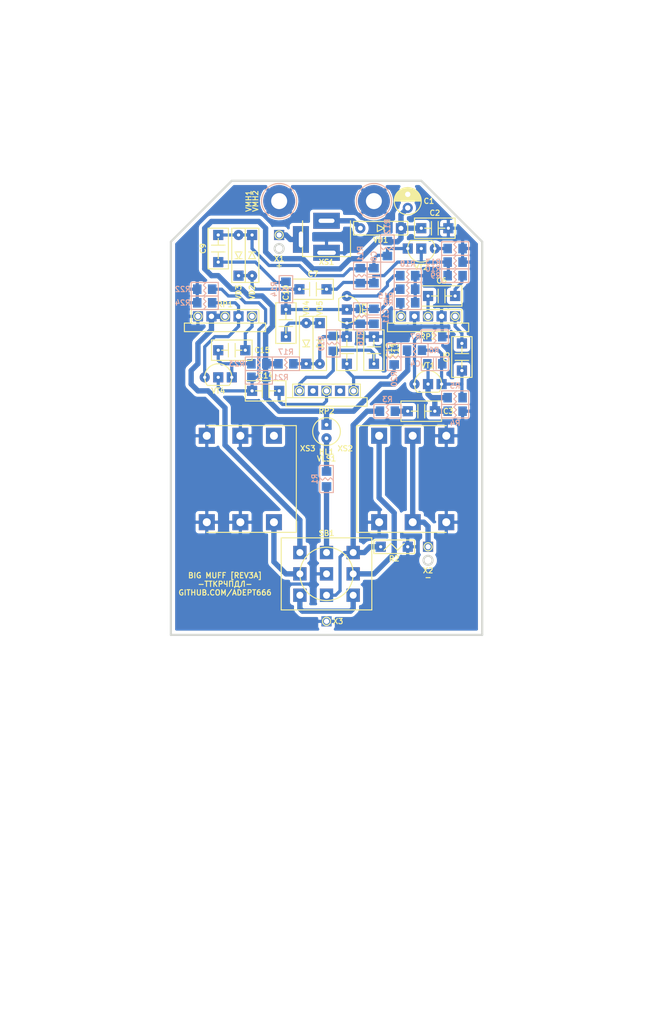
<source format=kicad_pcb>
(kicad_pcb (version 20171130) (host pcbnew 5.1.12-84ad8e8a86~92~ubuntu20.04.1)
  (title_block (title ТКП-1.30.A-5) (date 2025-06-21) (rev 3A) (company "Big Muff [REV3A] NYC SM LC5-8") (comment 1 http://github.com/Adept666) (comment 2 "Igor Ivanov (Игорь Иванов)") (comment 3 -ТТКРЧПДЛ-) (comment 4 "This project is licensed under GNU General Public License v3.0 or later"))
  (layers (0 F.Cu jumper) (31 B.Cu signal) (36 B.SilkS user) (37 F.SilkS user) (38 B.Mask user) (39 F.Mask user) (44 Edge.Cuts user))
  (net 0 "")
  (net 1 COM)
  (net 2 "Net-(HL1-PadC)")
  (net 3 /LED)
  (net 4 "Net-(SB1-PadNC1)")
  (net 5 /IN-CON)
  (net 6 /OUT-CON)
  (net 7 /PP3-POS)
  (net 8 /PP3-NEG)
  (net 9 "Net-(VD1-PadA)")
  (net 10 "Net-(C3-Pad2)")
  (net 11 "Net-(C4-Pad2)")
  (net 12 "Net-(C5-Pad2)")
  (net 13 "Net-(C6-Pad1)")
  (net 14 "Net-(C6-Pad2)")
  (net 15 "Net-(C7-Pad1)")
  (net 16 "Net-(C7-Pad2)")
  (net 17 "Net-(C8-Pad2)")
  (net 18 "Net-(C9-Pad2)")
  (net 19 "Net-(C10-Pad1)")
  (net 20 "Net-(C10-Pad2)")
  (net 21 "Net-(C11-Pad2)")
  (net 22 "Net-(C12-Pad2)")
  (net 23 "Net-(C13-Pad1)")
  (net 24 "Net-(C14-Pad1)")
  (net 25 "Net-(C14-Pad2)")
  (net 26 "Net-(C15-Pad1)")
  (net 27 "Net-(C15-Pad2)")
  (net 28 "Net-(R8-Pad2)")
  (net 29 "Net-(C3-Pad1)")
  (net 30 V)
  (net 31 /IN-CIR)
  (net 32 /OUT-CIR)
  (net 33 "Net-(XS3-PadTN)")
  (net 34 "Net-(R7-Pad2)")
  (net 35 "Net-(R13-Pad2)")
  (net 36 "Net-(R18-Pad2)")
  (net 37 "Net-(R24-Pad2)")
  (module SBEPL:ТКП-6.3.1.A2.A1.A (layer F.Cu) (at 105.41 148.59)
    (fp_text reference VE1 hide)
    (fp_text value ТКП-6.3.1.A2.A1.A.1-1 hide)
  )
  (module SBEPL:ТКП-6.3.3.A1 (layer F.Cu) (at 105.41 148.59)
    (fp_text reference VE2 hide)
    (fp_text value ТКП-6.3.3.A1.A1.3-1.A1.00 hide)
  )
  (module KCL-TH-SL:SW-PBS-24-302SP-2.5-PNL-12.0 (layer F.Cu) (at 105.41 167.64)
    (fp_text reference SB1 (at 0 -7.62) (layer F.SilkS) (effects (font (thickness 0.2))))
    (fp_text value PBS-24-302SP)
    (pad COM3 thru_hole rect (at 5 0) (size 2.5 2.5) (drill 1.3) (layers B.Cu B.Mask) (net 5 /IN-CON))
    (pad NC3 thru_hole rect (at 5 4) (size 2.5 2.5) (drill 1.3) (layers B.Cu B.Mask) (net 4 "Net-(SB1-PadNC1)"))
    (pad NO3 thru_hole rect (at 5 -4) (size 2.5 2.5) (drill 1.3) (layers B.Cu B.Mask) (net 31 /IN-CIR))
    (pad COM2 thru_hole rect (at 0 0) (size 2.5 2.5) (drill 1.3) (layers B.Cu B.Mask) (net 1 COM))
    (pad NC2 thru_hole rect (at 0 4) (size 2.5 2.5) (drill 1.3) (layers B.Cu B.Mask) (net 31 /IN-CIR))
    (pad NO2 thru_hole rect (at 0 -4) (size 2.5 2.5) (drill 1.3) (layers B.Cu B.Mask) (net 3 /LED))
    (pad NO1 thru_hole rect (at -5 -4) (size 2.5 2.5) (drill 1.3) (layers B.Cu B.Mask) (net 32 /OUT-CIR))
    (pad COM1 thru_hole rect (at -5 0) (size 2.5 2.5) (drill 1.3) (layers B.Cu B.Mask) (net 6 /OUT-CON))
    (pad NC1 thru_hole rect (at -5 4) (size 2.5 2.5) (drill 1.3) (layers B.Cu B.Mask) (net 4 "Net-(SB1-PadNC1)"))
  )
  (module SBKCL-TH-SL:RPB-18-1x17-1.6-PNL-7.2 (layer F.Cu) (at 124.46 108.15)
    (fp_text reference RP3 (at 0 15.04) (layer F.SilkS) (effects (font (thickness 0.2))))
    (fp_text value A100K)
    (pad 3 thru_hole rect (at 5.08 11.23) (size 1.9 1.9) (drill 1) (layers B.Cu B.Mask) (net 12 "Net-(C5-Pad2)"))
    (pad NC2 thru_hole rect (at 2.54 11.23) (size 1.9 1.9) (drill 1) (layers B.Cu B.Mask) (net 1 COM))
    (pad 2 thru_hole rect (at 0 11.23) (size 1.9 1.9) (drill 1) (layers B.Cu B.Mask) (net 13 "Net-(C6-Pad1)"))
    (pad NC1 thru_hole rect (at -2.54 11.23) (size 1.9 1.9) (drill 1) (layers B.Cu B.Mask) (net 1 COM))
    (pad 1 thru_hole rect (at -5.08 11.23) (size 1.9 1.9) (drill 1) (layers B.Cu B.Mask) (net 28 "Net-(R8-Pad2)"))
  )
  (module SBKCL-TH-SL:RPB-18-1x17-1.6-PNL-7.2 (layer F.Cu) (at 105.41 122.12)
    (fp_text reference RP2 (at 0 15.04) (layer F.SilkS) (effects (font (thickness 0.2))))
    (fp_text value B100K)
    (pad 3 thru_hole rect (at 5.08 11.23) (size 1.9 1.9) (drill 1) (layers B.Cu B.Mask) (net 22 "Net-(C12-Pad2)"))
    (pad NC2 thru_hole rect (at 2.54 11.23) (size 1.9 1.9) (drill 1) (layers B.Cu B.Mask))
    (pad 2 thru_hole rect (at 0 11.23) (size 1.9 1.9) (drill 1) (layers B.Cu B.Mask) (net 24 "Net-(C14-Pad1)"))
    (pad NC1 thru_hole rect (at -2.54 11.23) (size 1.9 1.9) (drill 1) (layers B.Cu B.Mask))
    (pad 1 thru_hole rect (at -5.08 11.23) (size 1.9 1.9) (drill 1) (layers B.Cu B.Mask) (net 23 "Net-(C13-Pad1)"))
  )
  (module SBKCL-TH-SL:RPB-18-1x17-1.6-PNL-7.2 (layer F.Cu) (at 86.36 108.15)
    (fp_text reference RP1 (at 0 9.0075) (layer F.SilkS) (effects (font (thickness 0.2))))
    (fp_text value A100K)
    (pad 3 thru_hole rect (at 5.08 11.23) (size 1.9 1.9) (drill 1) (layers B.Cu B.Mask) (net 27 "Net-(C15-Pad2)"))
    (pad NC2 thru_hole rect (at 2.54 11.23) (size 1.9 1.9) (drill 1) (layers B.Cu B.Mask) (net 37 "Net-(R24-Pad2)"))
    (pad 2 thru_hole rect (at 0 11.23) (size 1.9 1.9) (drill 1) (layers B.Cu B.Mask) (net 32 /OUT-CIR))
    (pad NC1 thru_hole rect (at -2.54 11.23) (size 1.9 1.9) (drill 1) (layers B.Cu B.Mask) (net 32 /OUT-CIR))
    (pad 1 thru_hole rect (at -5.08 11.23) (size 1.9 1.9) (drill 1) (layers B.Cu B.Mask) (net 1 COM))
  )
  (module KCL-TH-SL:CON-PAD-S-1.0-1.9 (layer F.Cu) (at 96.52 104.14)
    (fp_text reference X1 (at 0 4.445) (layer F.SilkS) (effects (font (thickness 0.2))))
    (fp_text value X)
    (pad 1 thru_hole rect (at 0 0) (size 1.9 1.9) (drill 1) (layers B.Cu B.Mask) (net 7 /PP3-POS))
  )
  (module KCL-TH-SL:CON-PAD-S-1.0-1.9 (layer F.Cu) (at 124.46 162.56)
    (fp_text reference X2 (at 0 4.445) (layer F.SilkS) (effects (font (thickness 0.2))))
    (fp_text value X)
    (pad 1 thru_hole rect (at 0 0) (size 1.9 1.9) (drill 1) (layers B.Cu B.Mask) (net 8 /PP3-NEG))
  )
  (module KCL-TH-SL:CON-PAD-S-1.0-1.9 (layer F.Cu) (at 105.41 176.53)
    (fp_text reference X3 (at 1.0795 0) (layer F.SilkS) (effects (font (thickness 0.2)) (justify left)))
    (fp_text value X)
    (pad 1 thru_hole rect (at 0 0) (size 1.9 1.9) (drill 1) (layers B.Cu B.Mask) (net 1 COM))
  )
  (module KCL-VIRTUAL:B-PP3-HV (layer F.Cu) (at 105.41 187.96)
    (fp_text reference GB1 hide)
    (fp_text value X hide)
  )
  (module KCL-TH-SL:P-TO-92-E-B-C (layer F.Cu) (at 123.19 106.68 180)
    (fp_text reference VT2 (at 0 -3.4925) (layer F.SilkS) (effects (font (thickness 0.2))))
    (fp_text value 5088)
    (pad E thru_hole circle (at -2.54 0 180) (size 1.9 1.9) (drill 0.6) (layers B.Cu B.Mask) (net 35 "Net-(R13-Pad2)"))
    (pad B thru_hole rect (at 0 0 180) (size 1.9 1.9) (drill 0.6) (layers B.Cu B.Mask) (net 15 "Net-(C7-Pad1)"))
    (pad C thru_hole rect (at 2.54 0 180) (size 1.9 1.9) (drill 0.6) (layers B.Cu B.Mask) (net 17 "Net-(C8-Pad2)"))
  )
  (module KCL-TH-SL:P-TO-92-E-B-C (layer F.Cu) (at 109.22 118.11 270)
    (fp_text reference VT3 (at 0 -3.4925 90) (layer F.SilkS) (effects (font (thickness 0.2))))
    (fp_text value 5088)
    (pad E thru_hole circle (at -2.54 0 270) (size 1.9 1.9) (drill 0.6) (layers B.Cu B.Mask) (net 36 "Net-(R18-Pad2)"))
    (pad B thru_hole rect (at 0 0 270) (size 1.9 1.9) (drill 0.6) (layers B.Cu B.Mask) (net 19 "Net-(C10-Pad1)"))
    (pad C thru_hole rect (at 2.54 0 270) (size 1.9 1.9) (drill 0.6) (layers B.Cu B.Mask) (net 21 "Net-(C11-Pad2)"))
  )
  (module KCL-TH-SL:P-TO-92-E-B-C (layer F.Cu) (at 124.46 132.08)
    (fp_text reference VT1 (at 0 -3.4925) (layer F.SilkS) (effects (font (thickness 0.2))))
    (fp_text value 5088)
    (pad C thru_hole rect (at 2.54 0) (size 1.9 1.9) (drill 0.6) (layers B.Cu B.Mask) (net 11 "Net-(C4-Pad2)"))
    (pad B thru_hole rect (at 0 0) (size 1.9 1.9) (drill 0.6) (layers B.Cu B.Mask) (net 10 "Net-(C3-Pad2)"))
    (pad E thru_hole circle (at -2.54 0) (size 1.9 1.9) (drill 0.6) (layers B.Cu B.Mask) (net 34 "Net-(R7-Pad2)"))
  )
  (module KCL-TH-SL:P-TO-92-E-B-C (layer F.Cu) (at 85.09 130.81)
    (fp_text reference VT4 (at 0 2.54) (layer F.SilkS) (effects (font (thickness 0.2))))
    (fp_text value 5088)
    (pad E thru_hole circle (at -2.54 0) (size 1.9 1.9) (drill 0.6) (layers B.Cu B.Mask) (net 37 "Net-(R24-Pad2)"))
    (pad B thru_hole rect (at 0 0) (size 1.9 1.9) (drill 0.6) (layers B.Cu B.Mask) (net 25 "Net-(C14-Pad2)"))
    (pad C thru_hole rect (at 2.54 0) (size 1.9 1.9) (drill 0.6) (layers B.Cu B.Mask) (net 26 "Net-(C15-Pad1)"))
  )
  (module KCL-TH-SL:P-DO-35 (layer F.Cu) (at 88.9 107.95 270)
    (fp_text reference VD3 (at 5.3975 0 90) (layer F.SilkS) (effects (font (thickness 0.2)) (justify right)))
    (fp_text value 6263)
    (pad C thru_hole rect (at 3.81 0 270) (size 1.9 1.9) (drill 0.6) (layers B.Cu B.Mask) (net 16 "Net-(C7-Pad2)"))
    (pad A thru_hole circle (at -3.81 0 270) (size 1.9 1.9) (drill 0.6) (layers B.Cu B.Mask) (net 17 "Net-(C8-Pad2)"))
  )
  (module KCL-TH-SL:P-DO-35 (layer F.Cu) (at 91.44 107.95 90)
    (fp_text reference VD2 (at -5.3975 0 90) (layer F.SilkS) (effects (font (thickness 0.2)) (justify right)))
    (fp_text value 6263)
    (pad C thru_hole rect (at 3.81 0 90) (size 1.9 1.9) (drill 0.6) (layers B.Cu B.Mask) (net 17 "Net-(C8-Pad2)"))
    (pad A thru_hole circle (at -3.81 0 90) (size 1.9 1.9) (drill 0.6) (layers B.Cu B.Mask) (net 16 "Net-(C7-Pad2)"))
  )
  (module KCL-TH-SL:P-DO-35 (layer F.Cu) (at 101.6 124.46 270)
    (fp_text reference VD4 (at -5.08 0 90) (layer F.SilkS) (effects (font (thickness 0.2)) (justify left)))
    (fp_text value 6263)
    (pad C thru_hole rect (at 3.81 0 270) (size 1.9 1.9) (drill 0.6) (layers B.Cu B.Mask) (net 21 "Net-(C11-Pad2)"))
    (pad A thru_hole circle (at -3.81 0 270) (size 1.9 1.9) (drill 0.6) (layers B.Cu B.Mask) (net 20 "Net-(C10-Pad2)"))
  )
  (module KCL-TH-SL:P-DO-35 (layer F.Cu) (at 104.14 124.46 90)
    (fp_text reference VD5 (at 5.08 0 90) (layer F.SilkS) (effects (font (thickness 0.2)) (justify left)))
    (fp_text value 6263)
    (pad C thru_hole rect (at 3.81 0 90) (size 1.9 1.9) (drill 0.6) (layers B.Cu B.Mask) (net 20 "Net-(C10-Pad2)"))
    (pad A thru_hole circle (at -3.81 0 90) (size 1.9 1.9) (drill 0.6) (layers B.Cu B.Mask) (net 21 "Net-(C11-Pad2)"))
  )
  (module KCL-TH-SL:C-DISK-D04.2-T03.0-P05.08-d0.5 (layer F.Cu) (at 125.73 102.87)
    (fp_text reference C2 (at 0 -2.8575) (layer F.SilkS) (effects (font (thickness 0.2))))
    (fp_text value 104)
    (pad 1 thru_hole rect (at -2.54 0) (size 1.9 1.9) (drill 0.6) (layers B.Cu B.Mask) (net 30 V))
    (pad 2 thru_hole rect (at 2.54 0) (size 1.9 1.9) (drill 0.6) (layers B.Cu B.Mask) (net 1 COM))
  )
  (module KCL-TH-SL:C-DISK-D04.2-T03.0-P05.08-d0.5 (layer F.Cu) (at 109.22 125.73 270)
    (fp_text reference C12 (at 0 -7.9375 90) (layer F.SilkS) (effects (font (thickness 0.2))))
    (fp_text value 392)
    (pad 1 thru_hole rect (at -2.54 0 270) (size 1.9 1.9) (drill 0.6) (layers B.Cu B.Mask) (net 21 "Net-(C11-Pad2)"))
    (pad 2 thru_hole rect (at 2.54 0 270) (size 1.9 1.9) (drill 0.6) (layers B.Cu B.Mask) (net 22 "Net-(C12-Pad2)"))
  )
  (module KCL-TH-SL:C-DISK-D04.2-T03.0-P05.08-d0.5 (layer F.Cu) (at 114.3 125.73 90)
    (fp_text reference C13 (at 0 4.1275 90) (layer F.SilkS) (effects (font (thickness 0.2))))
    (fp_text value 103)
    (pad 1 thru_hole rect (at -2.54 0 90) (size 1.9 1.9) (drill 0.6) (layers B.Cu B.Mask) (net 23 "Net-(C13-Pad1)"))
    (pad 2 thru_hole rect (at 2.54 0 90) (size 1.9 1.9) (drill 0.6) (layers B.Cu B.Mask) (net 1 COM))
  )
  (module KCL-TH-SL:C-DISK-D04.2-T03.0-P05.08-d0.5 (layer F.Cu) (at 127 115.57)
    (fp_text reference C6 (at 0 -2.8575) (layer F.SilkS) (effects (font (thickness 0.2))))
    (fp_text value 105)
    (pad 1 thru_hole rect (at -2.54 0) (size 1.9 1.9) (drill 0.6) (layers B.Cu B.Mask) (net 13 "Net-(C6-Pad1)"))
    (pad 2 thru_hole rect (at 2.54 0) (size 1.9 1.9) (drill 0.6) (layers B.Cu B.Mask) (net 14 "Net-(C6-Pad2)"))
  )
  (module KCL-TH-SL:C-DISK-D04.2-T03.0-P05.08-d0.5 (layer F.Cu) (at 130.81 127 90)
    (fp_text reference C5 (at 0 -2.8575 90) (layer F.SilkS) (effects (font (thickness 0.2))))
    (fp_text value 105)
    (pad 2 thru_hole rect (at 2.54 0 90) (size 1.9 1.9) (drill 0.6) (layers B.Cu B.Mask) (net 12 "Net-(C5-Pad2)"))
    (pad 1 thru_hole rect (at -2.54 0 90) (size 1.9 1.9) (drill 0.6) (layers B.Cu B.Mask) (net 11 "Net-(C4-Pad2)"))
  )
  (module KCL-TH-SL:C-DISK-D04.2-T03.0-P05.08-d0.5 (layer F.Cu) (at 123.19 137.16)
    (fp_text reference C3 (at 5.08 0) (layer F.SilkS) (effects (font (thickness 0.2))))
    (fp_text value 105)
    (pad 1 thru_hole rect (at -2.54 0) (size 1.9 1.9) (drill 0.6) (layers B.Cu B.Mask) (net 29 "Net-(C3-Pad1)"))
    (pad 2 thru_hole rect (at 2.54 0) (size 1.9 1.9) (drill 0.6) (layers B.Cu B.Mask) (net 10 "Net-(C3-Pad2)"))
  )
  (module KCL-TH-SL:C-DISK-D04.2-T03.0-P05.08-d0.5 (layer F.Cu) (at 93.98 133.35 180)
    (fp_text reference C14 (at 0 2.8575) (layer F.SilkS) (effects (font (thickness 0.2))))
    (fp_text value 105)
    (pad 2 thru_hole rect (at 2.54 0 180) (size 1.9 1.9) (drill 0.6) (layers B.Cu B.Mask) (net 25 "Net-(C14-Pad2)"))
    (pad 1 thru_hole rect (at -2.54 0 180) (size 1.9 1.9) (drill 0.6) (layers B.Cu B.Mask) (net 24 "Net-(C14-Pad1)"))
  )
  (module KCL-TH-SL:C-DISK-D04.2-T03.0-P05.08-d0.5 (layer F.Cu) (at 87.63 125.73)
    (fp_text reference C15 (at 4.1275 0) (layer F.SilkS) (effects (font (thickness 0.2)) (justify left)))
    (fp_text value 105)
    (pad 1 thru_hole rect (at -2.54 0) (size 1.9 1.9) (drill 0.6) (layers B.Cu B.Mask) (net 26 "Net-(C15-Pad1)"))
    (pad 2 thru_hole rect (at 2.54 0) (size 1.9 1.9) (drill 0.6) (layers B.Cu B.Mask) (net 27 "Net-(C15-Pad2)"))
  )
  (module KCL-TH-SL:C-DISK-D04.2-T03.0-P05.08-d0.5 (layer F.Cu) (at 97.79 120.65 270)
    (fp_text reference C10 (at -4.1275 0 90) (layer F.SilkS) (effects (font (thickness 0.2)) (justify left)))
    (fp_text value 105)
    (pad 1 thru_hole rect (at -2.54 0 270) (size 1.9 1.9) (drill 0.6) (layers B.Cu B.Mask) (net 19 "Net-(C10-Pad1)"))
    (pad 2 thru_hole rect (at 2.54 0 270) (size 1.9 1.9) (drill 0.6) (layers B.Cu B.Mask) (net 20 "Net-(C10-Pad2)"))
  )
  (module KCL-TH-SL:C-DISK-D04.2-T03.0-P05.08-d0.5 (layer F.Cu) (at 102.87 114.3 180)
    (fp_text reference C7 (at 0 2.8575) (layer F.SilkS) (effects (font (thickness 0.2))))
    (fp_text value 105)
    (pad 2 thru_hole rect (at 2.54 0 180) (size 1.9 1.9) (drill 0.6) (layers B.Cu B.Mask) (net 16 "Net-(C7-Pad2)"))
    (pad 1 thru_hole rect (at -2.54 0 180) (size 1.9 1.9) (drill 0.6) (layers B.Cu B.Mask) (net 15 "Net-(C7-Pad1)"))
  )
  (module KCL-TH-SL:C-DISK-D04.2-T03.0-P05.08-d0.5 (layer F.Cu) (at 85.09 106.68 270)
    (fp_text reference C9 (at 0 2.8575 90) (layer F.SilkS) (effects (font (thickness 0.2))))
    (fp_text value 105)
    (pad 1 thru_hole rect (at -2.54 0 270) (size 1.9 1.9) (drill 0.6) (layers B.Cu B.Mask) (net 17 "Net-(C8-Pad2)"))
    (pad 2 thru_hole rect (at 2.54 0 270) (size 1.9 1.9) (drill 0.6) (layers B.Cu B.Mask) (net 18 "Net-(C9-Pad2)"))
  )
  (module KCL-TH-SL:P-DO-41 (layer F.Cu) (at 115.57 102.87)
    (fp_text reference VD1 (at 0 2.2225) (layer F.SilkS) (effects (font (thickness 0.2))))
    (fp_text value 5817)
    (pad A thru_hole circle (at -3.81 0) (size 1.9 1.9) (drill 0.9) (layers B.Cu B.Mask) (net 9 "Net-(VD1-PadA)"))
    (pad C thru_hole rect (at 3.81 0) (size 1.9 1.9) (drill 0.9) (layers B.Cu B.Mask) (net 30 V))
  )
  (module KCL-SM:C-SM-1206 (layer B.Cu) (at 114.3 111.76 90)
    (fp_text reference C8 (at 2.54 0 90) (layer B.SilkS) (effects (font (thickness 0.2)) (justify right mirror)))
    (fp_text value 471)
    (pad 2 smd rect (at 1.4 0 90) (size 1.6 1.8) (layers B.Cu B.Mask) (net 17 "Net-(C8-Pad2)"))
    (pad 1 smd rect (at -1.4 0 90) (size 1.6 1.8) (layers B.Cu B.Mask) (net 15 "Net-(C7-Pad1)"))
  )
  (module KCL-SM:C-SM-1206 (layer B.Cu) (at 114.3 119.38 270)
    (fp_text reference C11 (at 0 -2.2225 270) (layer B.SilkS) (effects (font (thickness 0.2)) (justify mirror)))
    (fp_text value 471)
    (pad 2 smd rect (at 1.4 0 270) (size 1.6 1.8) (layers B.Cu B.Mask) (net 21 "Net-(C11-Pad2)"))
    (pad 1 smd rect (at -1.4 0 270) (size 1.6 1.8) (layers B.Cu B.Mask) (net 19 "Net-(C10-Pad1)"))
  )
  (module KCL-SM:C-SM-1206 (layer B.Cu) (at 125.73 128.27)
    (fp_text reference C4 (at -2.54 0) (layer B.SilkS) (effects (font (thickness 0.2)) (justify left mirror)))
    (fp_text value 471)
    (pad 2 smd rect (at 1.4 0) (size 1.6 1.8) (layers B.Cu B.Mask) (net 11 "Net-(C4-Pad2)"))
    (pad 1 smd rect (at -1.4 0) (size 1.6 1.8) (layers B.Cu B.Mask) (net 10 "Net-(C3-Pad2)"))
  )
  (module KCL-SM:R-SM-1206 (layer B.Cu) (at 129.54 134.62)
    (fp_text reference R5 (at 0 -2.2225) (layer B.SilkS) (effects (font (thickness 0.2)) (justify mirror)))
    (fp_text value 514)
    (pad 2 smd rect (at 1.4 0) (size 1.6 1.8) (layers B.Cu B.Mask) (net 11 "Net-(C4-Pad2)"))
    (pad 1 smd rect (at -1.4 0) (size 1.6 1.8) (layers B.Cu B.Mask) (net 10 "Net-(C3-Pad2)"))
  )
  (module KCL-SM:R-SM-1206 (layer B.Cu) (at 129.54 137.16 180)
    (fp_text reference R4 (at 0 -2.2225) (layer B.SilkS) (effects (font (thickness 0.2)) (justify mirror)))
    (fp_text value 104)
    (pad 2 smd rect (at 1.4 0 180) (size 1.6 1.8) (layers B.Cu B.Mask) (net 10 "Net-(C3-Pad2)"))
    (pad 1 smd rect (at -1.4 0 180) (size 1.6 1.8) (layers B.Cu B.Mask) (net 1 COM))
  )
  (module KCL-SM:R-SM-1206 (layer B.Cu) (at 116.84 137.16)
    (fp_text reference R3 (at 0 -2.2225) (layer B.SilkS) (effects (font (thickness 0.2)) (justify mirror)))
    (fp_text value 393)
    (pad 2 smd rect (at 1.4 0) (size 1.6 1.8) (layers B.Cu B.Mask) (net 29 "Net-(C3-Pad1)"))
    (pad 1 smd rect (at -1.4 0) (size 1.6 1.8) (layers B.Cu B.Mask) (net 31 /IN-CIR))
  )
  (module KCL-SM:R-SM-1206 (layer B.Cu) (at 121.92 125.73 180)
    (fp_text reference R6 (at -2.54 0 180) (layer B.SilkS) (effects (font (thickness 0.2)) (justify right mirror)))
    (fp_text value 103)
    (pad 2 smd rect (at 1.4 0 180) (size 1.6 1.8) (layers B.Cu B.Mask) (net 30 V))
    (pad 1 smd rect (at -1.4 0 180) (size 1.6 1.8) (layers B.Cu B.Mask) (net 11 "Net-(C4-Pad2)"))
  )
  (module KCL-SM:R-SM-1206 (layer B.Cu) (at 118.11 127 90)
    (fp_text reference R20 (at -2.54 0 90) (layer B.SilkS) (effects (font (thickness 0.2)) (justify left mirror)))
    (fp_text value 223)
    (pad 2 smd rect (at 1.4 0 90) (size 1.6 1.8) (layers B.Cu B.Mask) (net 1 COM))
    (pad 1 smd rect (at -1.4 0 90) (size 1.6 1.8) (layers B.Cu B.Mask) (net 22 "Net-(C12-Pad2)"))
  )
  (module KCL-SM:R-SM-1206 (layer B.Cu) (at 125.73 123.19 180)
    (fp_text reference R7 (at 2.54 0 180) (layer B.SilkS) (effects (font (thickness 0.2)) (justify left mirror)))
    (fp_text value 101)
    (pad 2 smd rect (at 1.4 0 180) (size 1.6 1.8) (layers B.Cu B.Mask) (net 34 "Net-(R7-Pad2)"))
    (pad 1 smd rect (at -1.4 0 180) (size 1.6 1.8) (layers B.Cu B.Mask) (net 1 COM))
  )
  (module KCL-SM:R-SM-1206 (layer B.Cu) (at 129.54 106.68 180)
    (fp_text reference R13 (at 2.54 -2.54 180) (layer B.SilkS) (effects (font (thickness 0.2)) (justify left mirror)))
    (fp_text value 391)
    (pad 2 smd rect (at 1.4 0 180) (size 1.6 1.8) (layers B.Cu B.Mask) (net 35 "Net-(R13-Pad2)"))
    (pad 1 smd rect (at -1.4 0 180) (size 1.6 1.8) (layers B.Cu B.Mask) (net 1 COM))
  )
  (module KCL-SM:R-SM-1206 (layer B.Cu) (at 129.54 109.22 180)
    (fp_text reference R10 (at 2.54 -1.27) (layer B.SilkS) (effects (font (thickness 0.2)) (justify left mirror)))
    (fp_text value 104)
    (pad 2 smd rect (at 1.4 0 180) (size 1.6 1.8) (layers B.Cu B.Mask) (net 15 "Net-(C7-Pad1)"))
    (pad 1 smd rect (at -1.4 0 180) (size 1.6 1.8) (layers B.Cu B.Mask) (net 1 COM))
  )
  (module KCL-SM:R-SM-1206 (layer B.Cu) (at 129.54 111.76 180)
    (fp_text reference R9 (at 2.54 0) (layer B.SilkS) (effects (font (thickness 0.2)) (justify left mirror)))
    (fp_text value 103)
    (pad 2 smd rect (at 1.4 0 180) (size 1.6 1.8) (layers B.Cu B.Mask) (net 15 "Net-(C7-Pad1)"))
    (pad 1 smd rect (at -1.4 0 180) (size 1.6 1.8) (layers B.Cu B.Mask) (net 14 "Net-(C6-Pad2)"))
  )
  (module KCL-SM:R-SM-1206 (layer B.Cu) (at 120.65 116.84 180)
    (fp_text reference R8 (at 2.54 0) (layer B.SilkS) (effects (font (thickness 0.2)) (justify left mirror)))
    (fp_text value 182)
    (pad 2 smd rect (at 1.4 0 180) (size 1.6 1.8) (layers B.Cu B.Mask) (net 28 "Net-(R8-Pad2)"))
    (pad 1 smd rect (at -1.4 0 180) (size 1.6 1.8) (layers B.Cu B.Mask) (net 1 COM))
  )
  (module KCL-SM:R-SM-1206 (layer B.Cu) (at 120.65 114.3 180)
    (fp_text reference R15 (at 2.54 -1.27) (layer B.SilkS) (effects (font (thickness 0.2)) (justify left mirror)))
    (fp_text value 104)
    (pad 2 smd rect (at 1.4 0 180) (size 1.6 1.8) (layers B.Cu B.Mask) (net 19 "Net-(C10-Pad1)"))
    (pad 1 smd rect (at -1.4 0 180) (size 1.6 1.8) (layers B.Cu B.Mask) (net 1 COM))
  )
  (module KCL-SM:R-SM-1206 (layer B.Cu) (at 120.65 111.76 180)
    (fp_text reference R18 (at 0 2.2225 180) (layer B.SilkS) (effects (font (thickness 0.2)) (justify mirror)))
    (fp_text value 391)
    (pad 2 smd rect (at 1.4 0 180) (size 1.6 1.8) (layers B.Cu B.Mask) (net 36 "Net-(R18-Pad2)"))
    (pad 1 smd rect (at -1.4 0 180) (size 1.6 1.8) (layers B.Cu B.Mask) (net 1 COM))
  )
  (module KCL-SM:R-SM-1206 (layer B.Cu) (at 116.84 106.68 90)
    (fp_text reference R12 (at 2.54 0 90) (layer B.SilkS) (effects (font (thickness 0.2)) (justify right mirror)))
    (fp_text value 103)
    (pad 2 smd rect (at 1.4 0 90) (size 1.6 1.8) (layers B.Cu B.Mask) (net 30 V))
    (pad 1 smd rect (at -1.4 0 90) (size 1.6 1.8) (layers B.Cu B.Mask) (net 17 "Net-(C8-Pad2)"))
  )
  (module KCL-SM:R-SM-1206 (layer B.Cu) (at 111.76 111.76 90)
    (fp_text reference R11 (at 2.54 0 90) (layer B.SilkS) (effects (font (thickness 0.2)) (justify right mirror)))
    (fp_text value 474)
    (pad 2 smd rect (at 1.4 0 90) (size 1.6 1.8) (layers B.Cu B.Mask) (net 17 "Net-(C8-Pad2)"))
    (pad 1 smd rect (at -1.4 0 90) (size 1.6 1.8) (layers B.Cu B.Mask) (net 15 "Net-(C7-Pad1)"))
  )
  (module KCL-SM:R-SM-1206 (layer B.Cu) (at 111.76 119.38 270)
    (fp_text reference R16 (at 2.54 0 90) (layer B.SilkS) (effects (font (thickness 0.2)) (justify left mirror)))
    (fp_text value 474)
    (pad 2 smd rect (at 1.4 0 270) (size 1.6 1.8) (layers B.Cu B.Mask) (net 21 "Net-(C11-Pad2)"))
    (pad 1 smd rect (at -1.4 0 270) (size 1.6 1.8) (layers B.Cu B.Mask) (net 19 "Net-(C10-Pad1)"))
  )
  (module KCL-SM:R-SM-1206 (layer B.Cu) (at 97.79 114.3 270)
    (fp_text reference R14 (at 0 2.2225 90) (layer B.SilkS) (effects (font (thickness 0.2)) (justify mirror)))
    (fp_text value 103)
    (pad 2 smd rect (at 1.4 0 270) (size 1.6 1.8) (layers B.Cu B.Mask) (net 19 "Net-(C10-Pad1)"))
    (pad 1 smd rect (at -1.4 0 270) (size 1.6 1.8) (layers B.Cu B.Mask) (net 18 "Net-(C9-Pad2)"))
  )
  (module KCL-SM:R-SM-1206 (layer B.Cu) (at 106.68 124.46 270)
    (fp_text reference R19 (at 0 2.2225 270) (layer B.SilkS) (effects (font (thickness 0.2)) (justify mirror)))
    (fp_text value 223)
    (pad 2 smd rect (at 1.4 0 270) (size 1.6 1.8) (layers B.Cu B.Mask) (net 23 "Net-(C13-Pad1)"))
    (pad 1 smd rect (at -1.4 0 270) (size 1.6 1.8) (layers B.Cu B.Mask) (net 21 "Net-(C11-Pad2)"))
  )
  (module KCL-SM:R-SM-1206 (layer B.Cu) (at 97.79 128.27 180)
    (fp_text reference R17 (at 0 2.2225) (layer B.SilkS) (effects (font (thickness 0.2)) (justify mirror)))
    (fp_text value 103)
    (pad 1 smd rect (at -1.4 0 180) (size 1.6 1.8) (layers B.Cu B.Mask) (net 21 "Net-(C11-Pad2)"))
    (pad 2 smd rect (at 1.4 0 180) (size 1.6 1.8) (layers B.Cu B.Mask) (net 30 V))
  )
  (module KCL-SM:R-SM-1206 (layer B.Cu) (at 92.71 128.27)
    (fp_text reference R23 (at -2.54 0) (layer B.SilkS) (effects (font (thickness 0.2)) (justify left mirror)))
    (fp_text value 103)
    (pad 2 smd rect (at 1.4 0) (size 1.6 1.8) (layers B.Cu B.Mask) (net 30 V))
    (pad 1 smd rect (at -1.4 0) (size 1.6 1.8) (layers B.Cu B.Mask) (net 26 "Net-(C15-Pad1)"))
  )
  (module KCL-SM:R-SM-1206 (layer B.Cu) (at 92.71 130.81)
    (fp_text reference R21 (at 2.54 0) (layer B.SilkS) (effects (font (thickness 0.2)) (justify right mirror)))
    (fp_text value 474)
    (pad 2 smd rect (at 1.4 0) (size 1.6 1.8) (layers B.Cu B.Mask) (net 30 V))
    (pad 1 smd rect (at -1.4 0) (size 1.6 1.8) (layers B.Cu B.Mask) (net 25 "Net-(C14-Pad2)"))
  )
  (module KCL-SM:R-SM-1206 (layer B.Cu) (at 82.55 114.3)
    (fp_text reference R22 (at -2.54 0) (layer B.SilkS) (effects (font (thickness 0.2)) (justify left mirror)))
    (fp_text value 104)
    (pad 2 smd rect (at 1.4 0) (size 1.6 1.8) (layers B.Cu B.Mask) (net 25 "Net-(C14-Pad2)"))
    (pad 1 smd rect (at -1.4 0) (size 1.6 1.8) (layers B.Cu B.Mask) (net 1 COM))
  )
  (module KCL-SM:R-SM-1206 (layer B.Cu) (at 82.55 116.84)
    (fp_text reference R24 (at -2.54 0) (layer B.SilkS) (effects (font (thickness 0.2)) (justify left mirror)))
    (fp_text value 202)
    (pad 2 smd rect (at 1.4 0) (size 1.6 1.8) (layers B.Cu B.Mask) (net 37 "Net-(R24-Pad2)"))
    (pad 1 smd rect (at -1.4 0) (size 1.6 1.8) (layers B.Cu B.Mask) (net 1 COM))
  )
  (module KCL-TH-SL:R-MFR-12 (layer F.Cu) (at 118.11 162.56 180)
    (fp_text reference R2 (at 0 -2.2225) (layer F.SilkS) (effects (font (thickness 0.2))))
    (fp_text value 105)
    (pad 2 thru_hole rect (at 2.54 0 180) (size 1.9 1.9) (drill 0.6) (layers B.Cu B.Mask) (net 31 /IN-CIR))
    (pad 1 thru_hole rect (at -2.54 0 180) (size 1.9 1.9) (drill 0.6) (layers B.Cu B.Mask) (net 1 COM))
  )
  (module KCL-SM:R-SM-1206 (layer B.Cu) (at 105.41 149.86 90)
    (fp_text reference R1 (at 0 -2.2225 90) (layer B.SilkS) (effects (font (thickness 0.2)) (justify mirror)))
    (fp_text value 433)
    (pad 2 smd rect (at 1.4 0 90) (size 1.6 1.8) (layers B.Cu B.Mask) (net 2 "Net-(HL1-PadC)"))
    (pad 1 smd rect (at -1.4 0 90) (size 1.6 1.8) (layers B.Cu B.Mask) (net 3 /LED))
  )
  (module KCL-TH-SL:CP-RADIAL-D05.0-P02.0-CLS (layer F.Cu) (at 120.65 97.79 90)
    (fp_text reference C1 (at 0 2.8575 180) (layer F.SilkS) (effects (font (thickness 0.2)) (justify left)))
    (fp_text value 106)
    (pad + thru_hole circle (at -1.27 0 90) (size 1.9 1.9) (drill 1) (layers B.Cu B.Mask) (net 30 V))
    (pad - thru_hole rect (at 1.27 0 90) (size 1.9 1.9) (drill 1) (layers B.Cu B.Mask) (net 1 COM))
  )
  (module KCL-VIRTUAL:VLS-BR (layer F.Cu) (at 105.41 140.97)
    (fp_text reference VLS1 (at 0 5.08) (layer F.SilkS) (effects (font (thickness 0.2))))
    (fp_text value 2xBR-7.7)
  )
  (module KCL-TH-SL:LED-ROUND-05.0-UNI-SH-SPACER-PNL-5.3 (layer F.Cu) (at 105.41 140.97 90)
    (fp_text reference HL1 (at -3.81 0 180) (layer F.SilkS) (effects (font (thickness 0.2))))
    (fp_text value FYL-3014UWC)
    (pad C thru_hole circle (at -1.27 0 90) (size 1.9 1.9) (drill 0.7) (layers B.Cu B.Mask) (net 2 "Net-(HL1-PadC)"))
    (pad A thru_hole rect (at 1.27 0 90) (size 1.9 1.9) (drill 0.7) (layers B.Cu B.Mask) (net 30 V))
  )
  (module KCL-TH-SL:CON-PJ-644C (layer F.Cu) (at 78.74 149.86 270)
    (fp_text reference XS3 (at -5.715 -21.59) (layer F.SilkS) (effects (font (thickness 0.2)) (justify left)))
    (fp_text value PJ-644C)
    (pad TN thru_hole rect (at -8.1 -16.8 270) (size 3 3) (drill 1.5) (layers B.Cu B.Mask) (net 33 "Net-(XS3-PadTN)"))
    (pad RN thru_hole rect (at -8.1 -10.5 270) (size 3 3) (drill 1.5) (layers B.Cu B.Mask) (net 1 COM))
    (pad SN thru_hole rect (at -8.1 -4.2 270) (size 3 3) (drill 1.5) (layers B.Cu B.Mask) (net 1 COM))
    (pad T thru_hole rect (at 8.1 -16.8 270) (size 3 3) (drill 1.5) (layers B.Cu B.Mask) (net 6 /OUT-CON))
    (pad R thru_hole rect (at 8.1 -10.5 270) (size 3 3) (drill 1.5) (layers B.Cu B.Mask) (net 1 COM))
    (pad S thru_hole rect (at 8.1 -4.2 270) (size 3 3) (drill 1.5) (layers B.Cu B.Mask) (net 1 COM))
  )
  (module KCL-TH-SL:CON-PJ-644C (layer F.Cu) (at 132.08 149.86 90)
    (fp_text reference XS2 (at 5.715 -21.59 180) (layer F.SilkS) (effects (font (thickness 0.2)) (justify right)))
    (fp_text value PJ-644C)
    (pad TN thru_hole rect (at -8.1 -16.8 90) (size 3 3) (drill 1.5) (layers B.Cu B.Mask) (net 1 COM))
    (pad RN thru_hole rect (at -8.1 -10.5 90) (size 3 3) (drill 1.5) (layers B.Cu B.Mask) (net 8 /PP3-NEG))
    (pad SN thru_hole rect (at -8.1 -4.2 90) (size 3 3) (drill 1.5) (layers B.Cu B.Mask) (net 1 COM))
    (pad T thru_hole rect (at 8.1 -16.8 90) (size 3 3) (drill 1.5) (layers B.Cu B.Mask) (net 5 /IN-CON))
    (pad R thru_hole rect (at 8.1 -10.5 90) (size 3 3) (drill 1.5) (layers B.Cu B.Mask) (net 8 /PP3-NEG))
    (pad S thru_hole rect (at 8.1 -4.2 90) (size 3 3) (drill 1.5) (layers B.Cu B.Mask) (net 1 COM))
  )
  (module KCL-TH-SL:CON-DC-005 (layer F.Cu) (at 105.41 93.98 180)
    (fp_text reference XS1 (at 0 -15.24) (layer F.SilkS) (effects (font (thickness 0.2))))
    (fp_text value DC-005)
    (pad C thru_hole rect (at 0 -13.5 180) (size 5 3) (drill oval 3.5 0.8) (layers B.Cu B.Mask) (net 1 COM))
    (pad SN thru_hole rect (at 4.8 -11 180) (size 3 5) (drill oval 0.8 3) (layers B.Cu B.Mask) (net 7 /PP3-POS))
    (pad S thru_hole rect (at 0 -7.5 180) (size 5 3) (drill oval 3 0.8) (layers B.Cu B.Mask) (net 9 "Net-(VD1-PadA)"))
  )
  (module KCL-TH-SL:VMH-STA-DA5-PNL-3.0 (layer F.Cu) (at 114.3 97.79)
    (fp_text reference VMH2 (at -22.225 0 90) (layer F.SilkS) (effects (font (thickness 0.2))))
    (fp_text value DI5M3x20)
    (pad 0 thru_hole circle (at 0 0) (size 6 6) (drill 3) (layers B.Cu B.Mask) (net 1 COM))
  )
  (module KCL-TH-SL:VMH-STA-DA5-PNL-3.0 (layer F.Cu) (at 96.52 97.79)
    (fp_text reference VMH1 (at -5.715 0 90) (layer F.SilkS) (effects (font (thickness 0.2))))
    (fp_text value DI5M3x20)
    (pad 0 thru_hole circle (at 0 0) (size 6 6) (drill 3) (layers B.Cu B.Mask) (net 1 COM))
  )
  (gr_text - (at 124.46 168.275) (layer F.SilkS) (effects (font (size 1 1) (thickness 0.2))))
  (gr_text + (at 96.52 109.855) (layer F.SilkS) (effects (font (size 1 1) (thickness 0.2))))
  (gr_text "BIG MUFF [REV3A]\n-ТТКРЧПДЛ-\nGITHUB.COM/ADEPT666" (at 86.36 169.545) (layer F.SilkS) (effects (font (size 1 1) (thickness 0.2))))
  (gr_circle (center 124.46 165.1) (end 125.31 165.1) (layer Edge.Cuts) (width 0.4))
  (gr_circle (center 96.52 106.68) (end 97.37 106.68) (layer Edge.Cuts) (width 0.4))
  (gr_line (start 123.19 93.98) (end 134.62 105.41) (layer Edge.Cuts) (width 0.4))
  (gr_line (start 76.2 105.41) (end 87.63 93.98) (layer Edge.Cuts) (width 0.4))
  (gr_line (start 134.62 105.41) (end 134.62 179.07) (layer Edge.Cuts) (width 0.4))
  (gr_line (start 76.2 105.41) (end 76.2 179.07) (layer Edge.Cuts) (width 0.4))
  (gr_line (start 76.2 179.07) (end 134.62 179.07) (layer Edge.Cuts) (width 0.4))
  (gr_line (start 87.63 93.98) (end 123.19 93.98) (layer Edge.Cuts) (width 0.4))
  (segment (start 98.425 169.545) (end 102.235 169.545) (width 0.6) (layer B.Cu) (net 1))
  (segment (start 105.41 148.46) (end 105.41 142.24) (width 1) (layer B.Cu) (net 2))
  (segment (start 105.41 163.64) (end 105.41 151.26) (width 1) (layer B.Cu) (net 3))
  (segment (start 110.41 174.14) (end 110.41 171.64) (width 1) (layer B.Cu) (net 4))
  (segment (start 109.925 174.625) (end 110.41 174.14) (width 1) (layer B.Cu) (net 4))
  (segment (start 100.895 174.625) (end 109.925 174.625) (width 1) (layer B.Cu) (net 4))
  (segment (start 100.41 174.14) (end 100.895 174.625) (width 1) (layer B.Cu) (net 4))
  (segment (start 100.41 171.64) (end 100.41 174.14) (width 1) (layer B.Cu) (net 4))
  (segment (start 114.3 167.64) (end 110.41 167.64) (width 1) (layer B.Cu) (net 5))
  (segment (start 118.11 163.83) (end 114.3 167.64) (width 1) (layer B.Cu) (net 5))
  (segment (start 118.11 156.21) (end 118.11 163.83) (width 1) (layer B.Cu) (net 5))
  (segment (start 115.28 153.38) (end 118.11 156.21) (width 1) (layer B.Cu) (net 5))
  (segment (start 115.28 141.76) (end 115.28 153.38) (width 1) (layer B.Cu) (net 5))
  (segment (start 100.41 167.64) (end 97.79 167.64) (width 1) (layer B.Cu) (net 6))
  (segment (start 95.54 165.39) (end 97.79 167.64) (width 1) (layer B.Cu) (net 6))
  (segment (start 95.54 157.96) (end 95.54 165.39) (width 1) (layer B.Cu) (net 6))
  (segment (start 100.61 104.98) (end 98.63 104.98) (width 1) (layer B.Cu) (net 7))
  (segment (start 98.63 104.98) (end 97.79 104.14) (width 1) (layer B.Cu) (net 7))
  (segment (start 97.79 104.14) (end 96.52 104.14) (width 1) (layer B.Cu) (net 7))
  (segment (start 121.58 141.76) (end 121.58 157.96) (width 1) (layer B.Cu) (net 8))
  (segment (start 124.46 158.75) (end 124.46 162.56) (width 1) (layer B.Cu) (net 8))
  (segment (start 123.67 157.96) (end 124.46 158.75) (width 1) (layer B.Cu) (net 8))
  (segment (start 121.58 157.96) (end 123.67 157.96) (width 1) (layer B.Cu) (net 8))
  (segment (start 105.41 101.48) (end 110.37 101.48) (width 1) (layer B.Cu) (net 9))
  (segment (start 110.37 101.48) (end 111.76 102.87) (width 1) (layer B.Cu) (net 9))
  (segment (start 124.46 128.27) (end 124.46 132.08) (width 0.6) (layer B.Cu) (net 10))
  (segment (start 128.14 137.16) (end 125.73 137.16) (width 1) (layer B.Cu) (net 10))
  (segment (start 125.73 134.62) (end 125.73 137.16) (width 1) (layer B.Cu) (net 10))
  (segment (start 128.14 134.62) (end 125.73 134.62) (width 1) (layer B.Cu) (net 10))
  (segment (start 124.46 133.985) (end 125.095 134.62) (width 1) (layer B.Cu) (net 10))
  (segment (start 124.46 132.08) (end 124.46 133.985) (width 1) (layer B.Cu) (net 10))
  (segment (start 125.095 134.62) (end 125.73 134.62) (width 1) (layer B.Cu) (net 10))
  (segment (start 127 132.08) (end 130.81 132.08) (width 0.6) (layer B.Cu) (net 11))
  (segment (start 130.81 132.08) (end 130.81 129.54) (width 0.6) (layer B.Cu) (net 11))
  (segment (start 130.81 132.08) (end 130.81 134.62) (width 0.6) (layer B.Cu) (net 11))
  (segment (start 127 126.365) (end 127 132.08) (width 0.6) (layer B.Cu) (net 11))
  (segment (start 126.365 125.73) (end 127 126.365) (width 0.6) (layer B.Cu) (net 11))
  (segment (start 123.32 125.73) (end 126.365 125.73) (width 0.6) (layer B.Cu) (net 11))
  (segment (start 130.81 122.555) (end 130.81 124.46) (width 0.6) (layer B.Cu) (net 12))
  (segment (start 129.54 121.285) (end 130.81 122.555) (width 0.6) (layer B.Cu) (net 12))
  (segment (start 129.54 119.38) (end 129.54 121.285) (width 0.6) (layer B.Cu) (net 12))
  (segment (start 124.46 115.57) (end 124.46 119.38) (width 0.6) (layer B.Cu) (net 13))
  (segment (start 129.54 115.57) (end 129.54 114.3) (width 0.6) (layer B.Cu) (net 14))
  (segment (start 129.54 114.3) (end 130.81 113.03) (width 0.6) (layer B.Cu) (net 14))
  (segment (start 130.81 113.03) (end 130.81 111.76) (width 0.6) (layer B.Cu) (net 14))
  (segment (start 108.585 113.03) (end 111.76 113.03) (width 0.6) (layer B.Cu) (net 15))
  (segment (start 111.76 113.03) (end 114.3 113.03) (width 0.6) (layer B.Cu) (net 15))
  (segment (start 128.27 109.22) (end 128.27 111.76) (width 0.6) (layer B.Cu) (net 15))
  (segment (start 128.14 109.22) (end 123.19 109.22) (width 0.6) (layer B.Cu) (net 15))
  (segment (start 123.19 106.68) (end 123.19 109.22) (width 0.6) (layer B.Cu) (net 15))
  (segment (start 118.745 109.22) (end 123.19 109.22) (width 0.6) (layer B.Cu) (net 15))
  (segment (start 116.205 111.76) (end 118.745 109.22) (width 0.6) (layer B.Cu) (net 15))
  (segment (start 114.3 111.76) (end 116.205 111.76) (width 0.6) (layer B.Cu) (net 15))
  (segment (start 114.3 113.03) (end 114.3 111.76) (width 0.6) (layer B.Cu) (net 15))
  (segment (start 107.315 114.3) (end 108.585 113.03) (width 0.6) (layer B.Cu) (net 15))
  (segment (start 105.41 114.3) (end 107.315 114.3) (width 0.6) (layer B.Cu) (net 15))
  (segment (start 88.9 111.76) (end 91.44 111.76) (width 0.6) (layer B.Cu) (net 16))
  (segment (start 91.44 111.76) (end 91.44 113.665) (width 0.6) (layer B.Cu) (net 16))
  (segment (start 91.44 113.665) (end 92.075 114.3) (width 0.6) (layer B.Cu) (net 16))
  (segment (start 92.075 114.3) (end 100.33 114.3) (width 0.6) (layer B.Cu) (net 16))
  (segment (start 109.855 110.49) (end 111.76 110.49) (width 0.6) (layer B.Cu) (net 17))
  (segment (start 111.76 110.49) (end 114.3 110.49) (width 0.6) (layer B.Cu) (net 17))
  (segment (start 91.44 104.14) (end 88.9 104.14) (width 0.6) (layer B.Cu) (net 17))
  (segment (start 85.09 104.14) (end 88.9 104.14) (width 0.6) (layer B.Cu) (net 17))
  (segment (start 114.3 110.49) (end 114.3 108.585) (width 0.6) (layer B.Cu) (net 17))
  (segment (start 94.615 109.855) (end 91.44 106.68) (width 0.6) (layer B.Cu) (net 17))
  (segment (start 100.33 109.855) (end 94.615 109.855) (width 0.6) (layer B.Cu) (net 17))
  (segment (start 102.235 111.76) (end 100.33 109.855) (width 0.6) (layer B.Cu) (net 17))
  (segment (start 91.44 106.68) (end 91.44 104.14) (width 0.6) (layer B.Cu) (net 17))
  (segment (start 108.585 111.76) (end 102.235 111.76) (width 0.6) (layer B.Cu) (net 17))
  (segment (start 109.855 110.49) (end 108.585 111.76) (width 0.6) (layer B.Cu) (net 17))
  (segment (start 114.935 107.95) (end 114.3 108.585) (width 0.6) (layer B.Cu) (net 17))
  (segment (start 116.84 107.95) (end 114.935 107.95) (width 0.6) (layer B.Cu) (net 17))
  (segment (start 116.84 106.68) (end 116.84 107.95) (width 0.6) (layer B.Cu) (net 17))
  (segment (start 120.65 106.68) (end 116.84 106.68) (width 0.6) (layer B.Cu) (net 17))
  (segment (start 95.885 113.03) (end 97.79 113.03) (width 0.6) (layer B.Cu) (net 18))
  (segment (start 92.075 109.22) (end 95.885 113.03) (width 0.6) (layer B.Cu) (net 18))
  (segment (start 85.09 109.22) (end 92.075 109.22) (width 0.6) (layer B.Cu) (net 18))
  (segment (start 114.3 118.11) (end 115.57 118.11) (width 0.6) (layer B.Cu) (net 19))
  (segment (start 111.76 118.11) (end 114.3 118.11) (width 0.6) (layer B.Cu) (net 19))
  (segment (start 109.22 118.11) (end 111.76 118.11) (width 0.6) (layer B.Cu) (net 19))
  (segment (start 97.79 115.7) (end 97.79 118.11) (width 0.6) (layer B.Cu) (net 19))
  (segment (start 97.79 118.11) (end 109.22 118.11) (width 0.6) (layer B.Cu) (net 19))
  (segment (start 118.11 114.3) (end 119.25 114.3) (width 0.6) (layer B.Cu) (net 19))
  (segment (start 116.84 115.57) (end 118.11 114.3) (width 0.6) (layer B.Cu) (net 19))
  (segment (start 116.84 116.84) (end 116.84 115.57) (width 0.6) (layer B.Cu) (net 19))
  (segment (start 115.57 118.11) (end 116.84 116.84) (width 0.6) (layer B.Cu) (net 19))
  (segment (start 101.6 120.65) (end 104.14 120.65) (width 0.6) (layer B.Cu) (net 20))
  (segment (start 98.425 120.65) (end 101.6 120.65) (width 0.6) (layer B.Cu) (net 20))
  (segment (start 97.79 121.285) (end 98.425 120.65) (width 0.6) (layer B.Cu) (net 20))
  (segment (start 97.79 123.19) (end 97.79 121.285) (width 0.6) (layer B.Cu) (net 20))
  (segment (start 109.22 120.65) (end 109.22 123.19) (width 0.6) (layer B.Cu) (net 21))
  (segment (start 101.6 128.27) (end 104.14 128.27) (width 0.6) (layer B.Cu) (net 21))
  (segment (start 99.19 128.27) (end 101.6 128.27) (width 0.6) (layer B.Cu) (net 21))
  (segment (start 106.68 123.19) (end 109.22 123.19) (width 0.6) (layer B.Cu) (net 21))
  (segment (start 104.775 123.19) (end 106.68 123.19) (width 0.6) (layer B.Cu) (net 21))
  (segment (start 104.14 123.825) (end 104.775 123.19) (width 0.6) (layer B.Cu) (net 21))
  (segment (start 104.14 128.27) (end 104.14 123.825) (width 0.6) (layer B.Cu) (net 21))
  (segment (start 111.76 120.65) (end 114.3 120.65) (width 0.6) (layer B.Cu) (net 21))
  (segment (start 109.22 120.65) (end 111.76 120.65) (width 0.6) (layer B.Cu) (net 21))
  (segment (start 109.22 128.27) (end 109.22 129.54) (width 0.6) (layer B.Cu) (net 22))
  (segment (start 109.22 129.54) (end 110.49 130.81) (width 0.6) (layer B.Cu) (net 22))
  (segment (start 116.84 130.81) (end 110.49 130.81) (width 0.6) (layer B.Cu) (net 22))
  (segment (start 116.84 130.81) (end 118.11 129.54) (width 0.6) (layer B.Cu) (net 22))
  (segment (start 118.11 128.4) (end 118.11 129.54) (width 0.6) (layer B.Cu) (net 22))
  (segment (start 110.49 130.81) (end 110.49 133.35) (width 0.6) (layer B.Cu) (net 22))
  (segment (start 100.33 132.08) (end 100.33 133.35) (width 0.6) (layer B.Cu) (net 23))
  (segment (start 101.6 130.81) (end 100.33 132.08) (width 0.6) (layer B.Cu) (net 23))
  (segment (start 106.68 129.54) (end 105.41 130.81) (width 0.6) (layer B.Cu) (net 23))
  (segment (start 113.665 125.73) (end 106.68 125.73) (width 0.6) (layer B.Cu) (net 23))
  (segment (start 114.3 126.365) (end 113.665 125.73) (width 0.6) (layer B.Cu) (net 23))
  (segment (start 105.41 130.81) (end 101.6 130.81) (width 0.6) (layer B.Cu) (net 23))
  (segment (start 106.68 125.73) (end 106.68 129.54) (width 0.6) (layer B.Cu) (net 23))
  (segment (start 114.3 128.27) (end 114.3 126.365) (width 0.6) (layer B.Cu) (net 23))
  (segment (start 105.41 135.255) (end 105.41 133.35) (width 0.6) (layer B.Cu) (net 24))
  (segment (start 104.775 135.89) (end 105.41 135.255) (width 0.6) (layer B.Cu) (net 24))
  (segment (start 97.155 135.89) (end 104.775 135.89) (width 0.6) (layer B.Cu) (net 24))
  (segment (start 96.52 135.255) (end 97.155 135.89) (width 0.6) (layer B.Cu) (net 24))
  (segment (start 96.52 133.35) (end 96.52 135.255) (width 0.6) (layer B.Cu) (net 24))
  (segment (start 91.44 133.35) (end 91.44 130.81) (width 0.6) (layer B.Cu) (net 25))
  (segment (start 85.09 132.715) (end 85.725 133.35) (width 0.6) (layer B.Cu) (net 25))
  (segment (start 85.725 133.35) (end 91.44 133.35) (width 0.6) (layer B.Cu) (net 25))
  (segment (start 85.09 130.81) (end 85.09 132.715) (width 0.6) (layer B.Cu) (net 25))
  (segment (start 92.71 130.81) (end 91.31 130.81) (width 0.6) (layer B.Cu) (net 25))
  (segment (start 92.71 121.92) (end 92.71 130.81) (width 0.6) (layer B.Cu) (net 25))
  (segment (start 93.98 120.65) (end 92.71 121.92) (width 0.6) (layer B.Cu) (net 25))
  (segment (start 93.98 118.11) (end 93.98 120.65) (width 0.6) (layer B.Cu) (net 25))
  (segment (start 90.17 116.84) (end 92.71 116.84) (width 0.6) (layer B.Cu) (net 25))
  (segment (start 92.71 116.84) (end 93.98 118.11) (width 0.6) (layer B.Cu) (net 25))
  (segment (start 88.9 115.57) (end 90.17 116.84) (width 0.6) (layer B.Cu) (net 25))
  (segment (start 86.995 115.57) (end 88.9 115.57) (width 0.6) (layer B.Cu) (net 25))
  (segment (start 85.725 114.3) (end 86.995 115.57) (width 0.6) (layer B.Cu) (net 25))
  (segment (start 83.95 114.3) (end 85.725 114.3) (width 0.6) (layer B.Cu) (net 25))
  (segment (start 91.31 128.27) (end 87.63 128.27) (width 0.6) (layer B.Cu) (net 26))
  (segment (start 87.63 130.81) (end 87.63 128.27) (width 0.6) (layer B.Cu) (net 26))
  (segment (start 85.725 128.27) (end 87.63 128.27) (width 0.6) (layer B.Cu) (net 26))
  (segment (start 85.09 127.635) (end 85.725 128.27) (width 0.6) (layer B.Cu) (net 26))
  (segment (start 85.09 125.73) (end 85.09 127.635) (width 0.6) (layer B.Cu) (net 26))
  (segment (start 90.17 122.555) (end 91.44 121.285) (width 0.6) (layer B.Cu) (net 27))
  (segment (start 91.44 121.285) (end 91.44 119.38) (width 0.6) (layer B.Cu) (net 27))
  (segment (start 90.17 125.73) (end 90.17 122.555) (width 0.6) (layer B.Cu) (net 27))
  (segment (start 119.25 119.25) (end 119.38 119.38) (width 0.6) (layer B.Cu) (net 28))
  (segment (start 119.38 119.38) (end 119.38 116.84) (width 0.6) (layer B.Cu) (net 28))
  (segment (start 118.24 137.16) (end 120.65 137.16) (width 1) (layer B.Cu) (net 29))
  (segment (start 93.98 134.62) (end 93.98 130.81) (width 1) (layer B.Cu) (net 30))
  (segment (start 93.98 128.27) (end 93.98 122.555) (width 1) (layer B.Cu) (net 30))
  (segment (start 93.98 130.81) (end 93.98 128.27) (width 1) (layer B.Cu) (net 30))
  (segment (start 116.84 105.41) (end 118.745 105.41) (width 1) (layer B.Cu) (net 30))
  (segment (start 114.935 105.41) (end 116.84 105.41) (width 1) (layer B.Cu) (net 30))
  (segment (start 96.39 128.27) (end 94.11 128.27) (width 1) (layer B.Cu) (net 30))
  (segment (start 115.57 132.08) (end 118.11 132.08) (width 1) (layer B.Cu) (net 30))
  (segment (start 118.11 132.08) (end 120.65 129.54) (width 1) (layer B.Cu) (net 30))
  (segment (start 120.65 129.54) (end 120.65 125.73) (width 1) (layer B.Cu) (net 30))
  (segment (start 110.49 137.16) (end 115.57 132.08) (width 1) (layer B.Cu) (net 30))
  (segment (start 119.38 102.87) (end 123.19 102.87) (width 1) (layer B.Cu) (net 30))
  (segment (start 119.38 102.87) (end 119.38 100.33) (width 1) (layer B.Cu) (net 30))
  (segment (start 119.38 100.33) (end 120.65 99.06) (width 1) (layer B.Cu) (net 30))
  (segment (start 105.41 137.16) (end 105.41 139.7) (width 1) (layer B.Cu) (net 30))
  (segment (start 105.41 137.16) (end 110.49 137.16) (width 1) (layer B.Cu) (net 30))
  (segment (start 119.38 104.775) (end 119.38 102.87) (width 1) (layer B.Cu) (net 30))
  (segment (start 118.745 105.41) (end 119.38 104.775) (width 1) (layer B.Cu) (net 30))
  (segment (start 111.76 108.585) (end 114.935 105.41) (width 1) (layer B.Cu) (net 30))
  (segment (start 93.98 107.315) (end 95.25 108.585) (width 1) (layer B.Cu) (net 30))
  (segment (start 93.98 102.87) (end 93.98 107.315) (width 1) (layer B.Cu) (net 30))
  (segment (start 92.71 101.6) (end 93.98 102.87) (width 1) (layer B.Cu) (net 30))
  (segment (start 83.82 101.6) (end 92.71 101.6) (width 1) (layer B.Cu) (net 30))
  (segment (start 82.55 102.87) (end 83.82 101.6) (width 1) (layer B.Cu) (net 30))
  (segment (start 96.52 137.16) (end 93.98 134.62) (width 1) (layer B.Cu) (net 30))
  (segment (start 95.25 108.585) (end 100.965 108.585) (width 1) (layer B.Cu) (net 30))
  (segment (start 90.805 115.57) (end 89.535 114.3) (width 1) (layer B.Cu) (net 30))
  (segment (start 109.855 108.585) (end 111.76 108.585) (width 1) (layer B.Cu) (net 30))
  (segment (start 93.98 122.555) (end 95.25 121.285) (width 1) (layer B.Cu) (net 30))
  (segment (start 102.87 110.49) (end 107.95 110.49) (width 1) (layer B.Cu) (net 30))
  (segment (start 87.63 114.3) (end 85.09 111.76) (width 1) (layer B.Cu) (net 30))
  (segment (start 95.25 117.475) (end 93.345 115.57) (width 1) (layer B.Cu) (net 30))
  (segment (start 107.95 110.49) (end 109.855 108.585) (width 1) (layer B.Cu) (net 30))
  (segment (start 85.09 111.76) (end 83.82 111.76) (width 1) (layer B.Cu) (net 30))
  (segment (start 105.41 137.16) (end 96.52 137.16) (width 1) (layer B.Cu) (net 30))
  (segment (start 93.345 115.57) (end 90.805 115.57) (width 1) (layer B.Cu) (net 30))
  (segment (start 95.25 121.285) (end 95.25 117.475) (width 1) (layer B.Cu) (net 30))
  (segment (start 83.82 111.76) (end 82.55 110.49) (width 1) (layer B.Cu) (net 30))
  (segment (start 100.965 108.585) (end 102.87 110.49) (width 1) (layer B.Cu) (net 30))
  (segment (start 89.535 114.3) (end 87.63 114.3) (width 1) (layer B.Cu) (net 30))
  (segment (start 82.55 110.49) (end 82.55 102.87) (width 1) (layer B.Cu) (net 30))
  (segment (start 113.57 162.56) (end 115.57 162.56) (width 1) (layer B.Cu) (net 31))
  (segment (start 110.41 163.64) (end 112.49 163.64) (width 1) (layer B.Cu) (net 31))
  (segment (start 112.49 163.64) (end 113.57 162.56) (width 1) (layer B.Cu) (net 31))
  (segment (start 113.03 137.16) (end 115.44 137.16) (width 1) (layer B.Cu) (net 31))
  (segment (start 110.41 163.64) (end 110.41 139.78) (width 1) (layer B.Cu) (net 31))
  (segment (start 110.41 139.78) (end 113.03 137.16) (width 1) (layer B.Cu) (net 31))
  (segment (start 105.41 171.64) (end 107.125 171.64) (width 0.6) (layer B.Cu) (net 31))
  (segment (start 107.125 171.64) (end 107.95 170.815) (width 0.6) (layer B.Cu) (net 31))
  (segment (start 110.41 163.64) (end 108.775 163.64) (width 0.6) (layer B.Cu) (net 31))
  (segment (start 108.775 163.64) (end 107.95 164.465) (width 0.6) (layer B.Cu) (net 31))
  (segment (start 107.95 164.465) (end 107.95 170.815) (width 0.6) (layer B.Cu) (net 31))
  (segment (start 83.82 119.38) (end 86.36 119.38) (width 1) (layer B.Cu) (net 32))
  (segment (start 86.36 136.525) (end 86.36 143.51) (width 1) (layer B.Cu) (net 32))
  (segment (start 83.185 133.35) (end 86.36 136.525) (width 1) (layer B.Cu) (net 32))
  (segment (start 86.36 143.51) (end 100.41 157.56) (width 1) (layer B.Cu) (net 32))
  (segment (start 81.28 133.35) (end 83.185 133.35) (width 1) (layer B.Cu) (net 32))
  (segment (start 80.01 132.08) (end 81.28 133.35) (width 1) (layer B.Cu) (net 32))
  (segment (start 80.01 129.54) (end 80.01 132.08) (width 1) (layer B.Cu) (net 32))
  (segment (start 100.41 157.56) (end 100.41 163.64) (width 1) (layer B.Cu) (net 32))
  (segment (start 81.28 124.46) (end 81.28 128.27) (width 1) (layer B.Cu) (net 32))
  (segment (start 83.82 121.92) (end 81.28 124.46) (width 1) (layer B.Cu) (net 32))
  (segment (start 81.28 128.27) (end 80.01 129.54) (width 1) (layer B.Cu) (net 32))
  (segment (start 83.82 119.38) (end 83.82 121.92) (width 1) (layer B.Cu) (net 32))
  (segment (start 122.555 123.19) (end 124.33 123.19) (width 0.6) (layer B.Cu) (net 34))
  (segment (start 121.92 123.825) (end 122.555 123.19) (width 0.6) (layer B.Cu) (net 34))
  (segment (start 121.92 132.08) (end 121.92 123.825) (width 0.6) (layer B.Cu) (net 34))
  (segment (start 128.14 106.68) (end 125.73 106.68) (width 0.6) (layer B.Cu) (net 35))
  (segment (start 116.84 113.03) (end 118.11 111.76) (width 0.6) (layer B.Cu) (net 36))
  (segment (start 116.84 113.665) (end 116.84 113.03) (width 0.6) (layer B.Cu) (net 36))
  (segment (start 118.11 111.76) (end 119.25 111.76) (width 0.6) (layer B.Cu) (net 36))
  (segment (start 114.935 115.57) (end 116.84 113.665) (width 0.6) (layer B.Cu) (net 36))
  (segment (start 109.22 115.57) (end 114.935 115.57) (width 0.6) (layer B.Cu) (net 36))
  (segment (start 88.9 121.285) (end 88.9 119.38) (width 0.6) (layer B.Cu) (net 37))
  (segment (start 86.995 123.19) (end 88.9 121.285) (width 0.6) (layer B.Cu) (net 37))
  (segment (start 84.455 123.19) (end 86.995 123.19) (width 0.6) (layer B.Cu) (net 37))
  (segment (start 82.55 125.095) (end 84.455 123.19) (width 0.6) (layer B.Cu) (net 37))
  (segment (start 82.55 130.81) (end 82.55 125.095) (width 0.6) (layer B.Cu) (net 37))
  (segment (start 88.9 117.475) (end 88.9 119.38) (width 0.6) (layer B.Cu) (net 37))
  (segment (start 88.265 116.84) (end 88.9 117.475) (width 0.6) (layer B.Cu) (net 37))
  (segment (start 83.95 116.84) (end 88.265 116.84) (width 0.6) (layer B.Cu) (net 37))
  (zone (net 1) (net_name COM) (layer B.Cu) (connect_pads (clearance 0.6)) (min_thickness 0.5) (fill yes (arc_segments 32) (thermal_gap 0.6) (thermal_bridge_width 0.6))
    (polygon (pts (xy 74.93 92.71) (xy 135.89 92.71) (xy 135.89 180.34) (xy 74.93 180.34)))
  )
)
</source>
